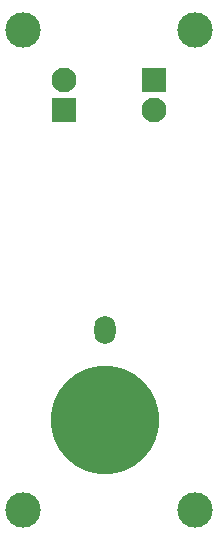
<source format=gbr>
%TF.GenerationSoftware,KiCad,Pcbnew,7.0.5*%
%TF.CreationDate,2024-06-27T22:40:16-04:00*%
%TF.ProjectId,ScrewSwitch,53637265-7753-4776-9974-63682e6b6963,rev?*%
%TF.SameCoordinates,Original*%
%TF.FileFunction,Soldermask,Bot*%
%TF.FilePolarity,Negative*%
%FSLAX46Y46*%
G04 Gerber Fmt 4.6, Leading zero omitted, Abs format (unit mm)*
G04 Created by KiCad (PCBNEW 7.0.5) date 2024-06-27 22:40:16*
%MOMM*%
%LPD*%
G01*
G04 APERTURE LIST*
%ADD10O,1.800000X2.400000*%
%ADD11R,2.100000X2.100000*%
%ADD12C,2.100000*%
%ADD13C,3.000000*%
%ADD14C,5.700000*%
%ADD15C,9.200000*%
G04 APERTURE END LIST*
D10*
%TO.C,LED1*%
X139700000Y-109220000D03*
%TD*%
D11*
%TO.C,J1*%
X143807503Y-88055716D03*
D12*
X143807503Y-90595716D03*
%TD*%
D11*
%TO.C,J2*%
X136187503Y-90595716D03*
D12*
X136187503Y-88055716D03*
%TD*%
D13*
%TO.C,H1*%
X132711923Y-83832305D03*
%TD*%
%TO.C,H4*%
X147320000Y-124460000D03*
%TD*%
%TO.C,H2*%
X147320000Y-83820000D03*
%TD*%
%TO.C,H3*%
X132711923Y-124472305D03*
%TD*%
D14*
%TO.C,SW1*%
X139700000Y-116840000D03*
D15*
X139700000Y-116840000D03*
%TD*%
M02*

</source>
